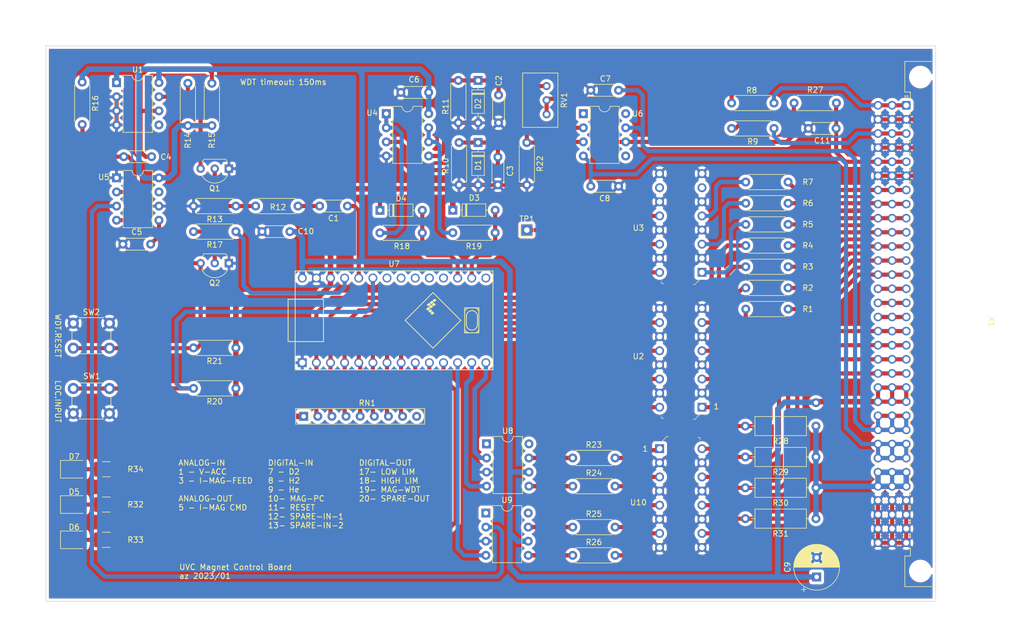
<source format=kicad_pcb>
(kicad_pcb (version 20211014) (generator pcbnew)

  (general
    (thickness 1.6)
  )

  (paper "A4")
  (layers
    (0 "F.Cu" signal)
    (31 "B.Cu" signal)
    (32 "B.Adhes" user "B.Adhesive")
    (33 "F.Adhes" user "F.Adhesive")
    (34 "B.Paste" user)
    (35 "F.Paste" user)
    (36 "B.SilkS" user "B.Silkscreen")
    (37 "F.SilkS" user "F.Silkscreen")
    (38 "B.Mask" user)
    (39 "F.Mask" user)
    (40 "Dwgs.User" user "User.Drawings")
    (41 "Cmts.User" user "User.Comments")
    (42 "Eco1.User" user "User.Eco1")
    (43 "Eco2.User" user "User.Eco2")
    (44 "Edge.Cuts" user)
    (45 "Margin" user)
    (46 "B.CrtYd" user "B.Courtyard")
    (47 "F.CrtYd" user "F.Courtyard")
    (48 "B.Fab" user)
    (49 "F.Fab" user)
    (50 "User.1" user)
    (51 "User.2" user)
    (52 "User.3" user)
    (53 "User.4" user)
    (54 "User.5" user)
    (55 "User.6" user)
    (56 "User.7" user)
    (57 "User.8" user)
    (58 "User.9" user)
  )

  (setup
    (stackup
      (layer "F.SilkS" (type "Top Silk Screen"))
      (layer "F.Paste" (type "Top Solder Paste"))
      (layer "F.Mask" (type "Top Solder Mask") (thickness 0.01))
      (layer "F.Cu" (type "copper") (thickness 0.035))
      (layer "dielectric 1" (type "core") (thickness 1.51) (material "FR4") (epsilon_r 4.5) (loss_tangent 0.02))
      (layer "B.Cu" (type "copper") (thickness 0.035))
      (layer "B.Mask" (type "Bottom Solder Mask") (thickness 0.01))
      (layer "B.Paste" (type "Bottom Solder Paste"))
      (layer "B.SilkS" (type "Bottom Silk Screen"))
      (copper_finish "None")
      (dielectric_constraints no)
    )
    (pad_to_mask_clearance 0)
    (pcbplotparams
      (layerselection 0x0001000_ffffffff)
      (disableapertmacros false)
      (usegerberextensions true)
      (usegerberattributes true)
      (usegerberadvancedattributes true)
      (creategerberjobfile false)
      (svguseinch false)
      (svgprecision 6)
      (excludeedgelayer true)
      (plotframeref false)
      (viasonmask false)
      (mode 1)
      (useauxorigin false)
      (hpglpennumber 1)
      (hpglpenspeed 20)
      (hpglpendiameter 15.000000)
      (dxfpolygonmode true)
      (dxfimperialunits true)
      (dxfusepcbnewfont true)
      (psnegative false)
      (psa4output false)
      (plotreference true)
      (plotvalue true)
      (plotinvisibletext false)
      (sketchpadsonfab false)
      (subtractmaskfromsilk false)
      (outputformat 1)
      (mirror false)
      (drillshape 0)
      (scaleselection 1)
      (outputdirectory "gerbers/")
    )
  )

  (net 0 "")
  (net 1 "/WDT_reset")
  (net 2 "Net-(C1-Pad2)")
  (net 3 "Net-(C2-Pad1)")
  (net 4 "GND")
  (net 5 "Net-(C3-Pad1)")
  (net 6 "Net-(C4-Pad1)")
  (net 7 "Net-(C4-Pad2)")
  (net 8 "Net-(C5-Pad2)")
  (net 9 "+5V")
  (net 10 "+15V")
  (net 11 "-15V")
  (net 12 "/I-MAG-CMD")
  (net 13 "+3V3")
  (net 14 "/I-MAG-3V3")
  (net 15 "/V-ACC-3V3")
  (net 16 "Net-(D5-Pad2)")
  (net 17 "Net-(D6-Pad2)")
  (net 18 "Net-(Q1-Pad2)")
  (net 19 "Net-(Q1-Pad3)")
  (net 20 "/V-ACC-REF")
  (net 21 "/I-MAG-feed")
  (net 22 "/SPARE-IN-1")
  (net 23 "/SPARE-IN-2")
  (net 24 "/IN1")
  (net 25 "/internal_reset")
  (net 26 "Net-(R1-Pad2)")
  (net 27 "Net-(R18-Pad1)")
  (net 28 "Net-(TP1-Pad1)")
  (net 29 "Net-(R2-Pad2)")
  (net 30 "Net-(R3-Pad2)")
  (net 31 "+24V")
  (net 32 "/LOW-LIM")
  (net 33 "/HIGH-LIM")
  (net 34 "Net-(R4-Pad2)")
  (net 35 "Net-(R5-Pad2)")
  (net 36 "/MAG-FAIL-2")
  (net 37 "/He-3V3")
  (net 38 "unconnected-(RN1-Pad9)")
  (net 39 "Net-(R6-Pad2)")
  (net 40 "/D2")
  (net 41 "/H2")
  (net 42 "/He")
  (net 43 "/FIL-PC")
  (net 44 "/RESET")
  (net 45 "/WDT-FAULT")
  (net 46 "Net-(R7-Pad2)")
  (net 47 "/HIGH-LIMIT-FAULT")
  (net 48 "/LOW-LIMIT-FAULT")
  (net 49 "/FAIL#2")
  (net 50 "Net-(R22-Pad1)")
  (net 51 "Net-(R23-Pad1)")
  (net 52 "Net-(R23-Pad2)")
  (net 53 "unconnected-(X1-Pada16)")
  (net 54 "unconnected-(U1-Pad5)")
  (net 55 "unconnected-(X1-Pada15)")
  (net 56 "unconnected-(X1-Pada14)")
  (net 57 "unconnected-(U5-Pad7)")
  (net 58 "Net-(D7-Pad2)")
  (net 59 "unconnected-(U7-Pad20)")
  (net 60 "unconnected-(U7-Pad23)")
  (net 61 "unconnected-(U7-Pad25)")
  (net 62 "unconnected-(U7-Pad26)")
  (net 63 "Net-(R24-Pad2)")
  (net 64 "Net-(R25-Pad2)")
  (net 65 "Net-(R24-Pad1)")
  (net 66 "Net-(R25-Pad1)")
  (net 67 "/H2-3V3")
  (net 68 "/D2-3V3")
  (net 69 "/FIL-PC-3V3")
  (net 70 "/RESET-3V3")
  (net 71 "/SPARE-1-3V3")
  (net 72 "/SPARE-2-3V3")
  (net 73 "/STATUS#1")
  (net 74 "/STATUS#2")
  (net 75 "unconnected-(U7-Pad27)")
  (net 76 "unconnected-(U7-Pad24)")
  (net 77 "Net-(R26-Pad1)")
  (net 78 "/MAG-WDT-FAULT")
  (net 79 "unconnected-(U3-Pad7)")
  (net 80 "unconnected-(U3-Pad10)")
  (net 81 "/BLINK")
  (net 82 "Net-(Q2-Pad2)")
  (net 83 "/MCU_RESET")
  (net 84 "Net-(R19-Pad1)")
  (net 85 "Net-(R26-Pad2)")
  (net 86 "Net-(R27-Pad1)")

  (footprint "Resistor_THT:R_Axial_DIN0309_L9.0mm_D3.2mm_P12.70mm_Horizontal" (layer "F.Cu") (at 178.4858 113.986733 180))

  (footprint "Capacitor_THT:C_Disc_D4.3mm_W1.9mm_P5.00mm" (layer "F.Cu") (at 142.992 65.268 180))

  (footprint "digikey-footprints:DIP-16_W7.62mm" (layer "F.Cu") (at 150.368 112.504))

  (footprint "Package_DIP:DIP-8_W7.62mm" (layer "F.Cu") (at 136.652 52.207))

  (footprint "LED_SMD:LED_1210_3225Metric_Pad1.42x2.65mm_HandSolder" (layer "F.Cu") (at 45.085 122.555))

  (footprint "Resistor_THT:R_Axial_DIN0207_L6.3mm_D2.5mm_P7.62mm_Horizontal" (layer "F.Cu") (at 100.076 73.66))

  (footprint "Resistor_THT:R_Axial_DIN0207_L6.3mm_D2.5mm_P7.62mm_Horizontal" (layer "F.Cu") (at 126.492 57.404 -90))

  (footprint "Resistor_THT:R_Axial_DIN0207_L6.3mm_D2.5mm_P7.62mm_Horizontal" (layer "F.Cu") (at 74.168 73.4314 180))

  (footprint "Resistor_THT:R_Axial_DIN0309_L9.0mm_D3.2mm_P12.70mm_Horizontal" (layer "F.Cu") (at 178.4858 125.095 180))

  (footprint "Resistor_THT:R_Axial_DIN0309_L9.0mm_D3.2mm_P12.70mm_Horizontal" (layer "F.Cu") (at 178.4858 119.540866 180))

  (footprint "Capacitor_THT:C_Disc_D4.3mm_W1.9mm_P5.00mm" (layer "F.Cu") (at 53.848 75.692))

  (footprint "Resistor_THT:R_Axial_DIN0207_L6.3mm_D2.5mm_P7.62mm_Horizontal" (layer "F.Cu") (at 134.747 114.173))

  (footprint "digikey-footprints:DIP-16_W7.62mm" (layer "F.Cu") (at 157.988 105.038 180))

  (footprint "Capacitor_THT:C_Disc_D4.3mm_W1.9mm_P5.00mm" (layer "F.Cu") (at 83.8816 73.4314 180))

  (footprint "Diode_THT:D_DO-35_SOD27_P7.62mm_Horizontal" (layer "F.Cu") (at 100.076 69.596))

  (footprint "Resistor_THT:R_Axial_DIN0207_L6.3mm_D2.5mm_P7.62mm_Horizontal" (layer "F.Cu") (at 134.747 131.699))

  (footprint "Capacitor_THT:C_Disc_D4.3mm_W1.9mm_P5.00mm" (layer "F.Cu") (at 142.992 47.996 180))

  (footprint "Resistor_THT:R_Axial_DIN0207_L6.3mm_D2.5mm_P7.62mm_Horizontal" (layer "F.Cu") (at 170.942 54.864 180))

  (footprint "Resistor_THT:R_Axial_DIN0207_L6.3mm_D2.5mm_P7.62mm_Horizontal" (layer "F.Cu") (at 134.747 119.253))

  (footprint "Resistor_THT:R_Axial_DIN0207_L6.3mm_D2.5mm_P7.62mm_Horizontal" (layer "F.Cu") (at 173.482 79.756 180))

  (footprint "Button_Switch_THT:SW_PUSH_6mm" (layer "F.Cu") (at 51.435 106.172 180))

  (footprint "Resistor_THT:R_Axial_DIN0207_L6.3mm_D2.5mm_P7.62mm_Horizontal" (layer "F.Cu") (at 173.482 68.326 180))

  (footprint "Capacitor_THT:C_Disc_D4.3mm_W1.9mm_P5.00mm" (layer "F.Cu") (at 121.285 60.024 -90))

  (footprint "Diode_THT:D_DO-35_SOD27_P7.62mm_Horizontal" (layer "F.Cu") (at 113.1824 69.5706))

  (footprint "Resistor_THT:R_Axial_DIN0309_L9.0mm_D3.2mm_P12.70mm_Horizontal" (layer "F.Cu") (at 178.4858 108.4326 180))

  (footprint "Resistor_THT:R_Axial_DIN0207_L6.3mm_D2.5mm_P7.62mm_Horizontal" (layer "F.Cu") (at 74.168 94.359509 180))

  (footprint "Resistor_THT:R_Axial_DIN0207_L6.3mm_D2.5mm_P7.62mm_Horizontal" (layer "F.Cu") (at 46.5328 46.5328 -90))

  (footprint "LED_SMD:LED_1210_3225Metric_Pad1.42x2.65mm_HandSolder" (layer "F.Cu") (at 45.085 128.905))

  (footprint "Capacitor_THT:C_Disc_D4.3mm_W1.9mm_P5.00mm" (layer "F.Cu") (at 108.839 48.387 180))

  (footprint "my_library:VME_connector_41612" (layer "F.Cu") (at 212.61 89.836 -90))

  (footprint "Diode_THT:D_DO-35_SOD27_P7.62mm_Horizontal" (layer "F.Cu") (at 117.729 57.404 -90))

  (footprint "Capacitor_THT:CP_Radial_D8.0mm_P3.50mm" (layer "F.Cu") (at 178.6128 135.5852 90))

  (footprint "TestPoint:TestPoint_THTPad_2.0x2.0mm_Drill1.0mm" (layer "F.Cu") (at 126.492 73.152))

  (footprint "Resistor_THT:R_Axial_DIN0207_L6.3mm_D2.5mm_P7.62mm_Horizontal" (layer "F.Cu") (at 65.532 54.356 90))

  (footprint "Resistor_THT:R_Axial_DIN0207_L6.3mm_D2.5mm_P7.62mm_Horizontal" (layer "F.Cu") (at 85.344 68.834 180))

  (footprint "Resistor_THT:R_Axial_DIN0207_L6.3mm_D2.5mm_P7.62mm_Horizontal" (layer "F.Cu") (at 173.482 87.376 180))

  (footprint "Resistor_THT:R_Axial_DIN0207_L6.3mm_D2.5mm_P7.62mm_Horizontal" (layer "F.Cu") (at 113.1824 73.6346))

  (footprint "Diode_THT:D_DO-35_SOD27_P7.62mm_Horizontal" (layer "F.Cu")
    (tedit 5AE50CD5) (tstamp 9bd1cc46-2ce9-4098-8620-6db4f586542e)
    (at 117.729 46.228 -90)
    (descr "Diode, DO-35_SOD27 series, Axial, Horizontal, pin pitch=7.62mm, , length*diameter=4*2mm^2, , http://www.diodes.com/_files/packages/DO-35.pdf")
    (tags "Diode DO-35_SOD27 series Axial Horizontal pin pitch 7.62mm  length 4mm diameter 2mm")
    (property "Sheetfile" "45_magnet_interlock_UVC_V3.kicad_sch")
    (property "Sheetname" "")
    (path "/17462857-2b92-4889-8b5c-4576a866092c")
    (attr through_hole)
    (fp_text reference "D2" (at 4.191 0 90) (layer "F.SilkS")
      (effects (font (size 1 1) (thickness 0.15)))
      (tstamp cfe69099-7190-407d-b569-2ee1d9a97ece)
    )
    (fp_text value "1N4148" (at 3.81 2.12 90) (layer "F.Fab")
      (effects (font (size 1 1) (thickness 0.15)))
      (tstamp bb48aa4b-dfdf-4664-99f9-2da44385856b)
    )
    (fp_text user "K" (at 0 -1.8 90) (layer "F.SilkS") hide
      (effects (font (size 1 1) (thickness 0.15)))
      (tstamp 1284125d-6b43-400d-aef6-e698b5a62969)
    )
    (fp_text user "K" (at 0 -1.8 90) (layer "F.Fab")
      (effects (font (size 1 1) (thickness 0.15)))
      (tstamp aeebd8dd-cc61-4347-9beb-24c66fd32858)
    )
    (fp_text user "${REFERENCE}" (at 4.11 0 90) (layer "F.Fab")
      (effects (font (size 0.8 0.8) (thickness 0.12)))
      (tstamp df18979b-4d9f-49d3-9d76-26f2a65c334b)
    )
    (fp_line (start 6.58 0) (end 5.93 0) (layer "F.SilkS") (width 0.12) (tstamp 0dbdc4a1-1d30-4f63-b4a0-29a7691066de))
    (fp_line (start 5.93 1.12) (end 5.93 -1.12) (layer "F.SilkS") (width 0.12) (tstamp 146a1e4a-e312-4855-a495-a6cf7b2824ce))
    (fp_line (start 1.69 -1.12) (end 1.69 1.12) (layer "F.SilkS") (width 0.12) (tstamp 393fffee-e5c5-48ee-964f-e1949b1ce4cc))
    (fp_line (start 1.69 1.12) (end 5.93 1.12) (layer "F.SilkS") (width 0.12) (tstamp 4a1b2ebe-b700-420e-ac4f-58a60c8385a9))
    (fp_line (start 2.41 -1.12) (end 2.41 1.12) (layer "F.SilkS") (width 0.12) (tstamp 4f8e6f86-9077-491a-9fd4-4e88f0934926))
    (fp_line (start 2.29 -1.12) (end 2.29 1.12) (layer "F.SilkS") (width 0.12) (tstamp 5061cb4d-3a3e-4703-8dc1-55c55dc946ca))
    (fp_line (start 2.53 -1.12) (end 2.53 1.12) (layer "F.SilkS") (width 0.12) (tstamp 5a0cf873-a4df-44f0-ad3f-8818062f46e9))
    (fp_line (start 1.04 0) (end 1.69 0) (layer "F.SilkS") (width 0.12) (tstamp b3a5c495-cc74-4e72-8051-58ed40c3e17a))
    (fp_line (start 5.93 -1.12) (end 1.69 -1.12) (layer "F.SilkS") (width 0.12) (tstamp f2b7ec6b-e46c-4ee2-a2f6-7144cec47c5d))
    (fp_line (start 8.67 1.25) (end 8.67 -1.25) (layer "F.CrtYd") (width 0.05) (tstamp 2ca64b87-5aaf-4038-8ef5-97bb8cec50dc))
    (fp_line (start -1.05 1.25) (end 8.67 1.25) (layer "F.CrtYd") (width 0.05) (tstamp 4c8a0bda-6cbd-470f-b61c-ed62bbbfe350))
    (fp_line (start -1.05 -1.25) (end -1.05 1.25) (layer "F.CrtYd") (width 0.05) (tstamp 83d51e99-b558-49d0-89ab-076622dd1b98))
    (fp_line (start 8.67 -1.25) (end -1.05 -1.25) (layer "F.CrtYd") (width 0.05) (tstamp 95ddeb41-31e6-4029-a52a-d5293069620b))
    (fp_line (start 1.81 1) (end 5.81 1) (layer "F.Fab") (width 0.1) (tstamp 105531f3-413b-45fd-9d78-caa254e894
... [2217802 chars truncated]
</source>
